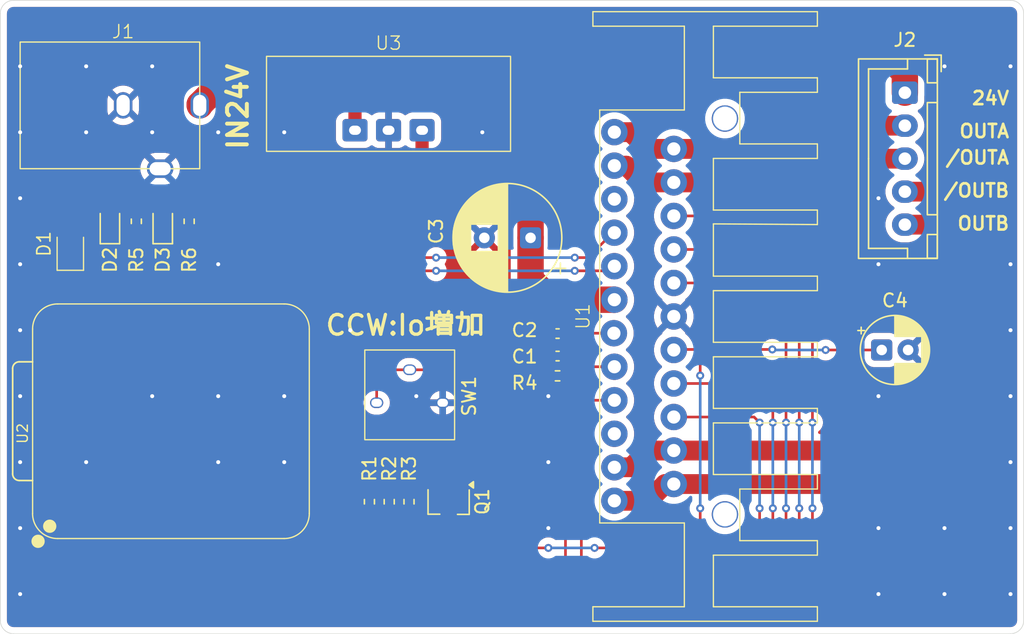
<source format=kicad_pcb>
(kicad_pcb (version 20241229) (generator "pcbnew") (generator_version "9.0")
  (layers (0 "F.Cu" signal) (2 "B.Cu" signal) (13 "F.Paste" user) (15 "B.Paste" user) (5 "F.SilkS" user "F.Silkscreen") (7 "B.SilkS" user "B.Silkscreen") (1 "F.Mask" user) (3 "B.Mask" user) (25 "Edge.Cuts" user))
  (net 0 "")
  (net 1 "+3.3V")
  (net 2 "/reset")
  (net 3 "/ref{slash}sleep_driver")
  (net 4 "+5V")
  (net 5 "+24V")
  (net 6 "/ref{slash}sleep_mcu")
  (net 7 "Net-(Q1-PadG)")
  (net 8 "/led_status")
  (net 9 "Net-(D2-A)")
  (net 11 "Net-(D3-A)")
  (net 12 "/M3")
  (net 13 "/OUTA")
  (net 14 "/~{OUTB}")
  (net 15 "/cw{slash}ccw")
  (net 16 "/OUTB")
  (net 18 "/M1")
  (net 19 "/sync")
  (net 20 "/flag")
  (net 21 "/clk")
  (net 22 "/M2")
  (net 23 "/Mo")
  (net 24 "/~{OUTA}")
  (net 29 "GND")
  (net 31 "Net-(D1-K)")
  (footprint "Capacitor_THT:CP_Radial_D8.0mm_P3.50mm" (layer "F.Cu") (at 113.652651 93 180)
    (property "Reference" "C3" (at 7.152651 0.5 90) (layer "F.SilkS"))
    (property "Value" "100u (50V)")
    (pad "1" thru_hole roundrect (at 0 0 180) (size 1.6 1.6) (drill 0.8) (layers "*.Cu" "*.Mask") (roundrect_rratio 0.15625) (net 5 "+24V"))
    (pad "2" thru_hole circle (at 3.5 0 180) (size 1.6 1.6) (drill 0.8) (layers "*.Cu" "*.Mask") (net 29 "GND"))
  )
  (footprint "LED_SMD:LED_0603_1608Metric" (layer "F.Cu") (at 81.8 91.96 90)
    (property "Reference" "D2" (at -2.7125 0 90) (layer "F.SilkS"))
    (property "Value" "status")
    (pad "1" smd roundrect (at -0.7875 0 90) (size 0.875 0.95) (layers "F.Cu" "F.Mask" "F.Paste") (net 29 "GND"))
    (pad "2" smd roundrect (at 0.7875 0 90) (size 0.875 0.95) (layers "F.Cu" "F.Mask" "F.Paste") (net 9 "Net-(D2-A)"))
  )
  (footprint "Resistor_SMD:R_0402_1005Metric_Pad0.72x0.64mm_HandSolder" (layer "F.Cu") (at 104.45 113 -90)
    (property "Reference" "R3" (at -2.5 0 90) (layer "F.SilkS"))
    (property "Value" "10k")
    (pad "1" smd roundrect (at -0.5975 0 270) (size 0.715 0.64) (layers "F.Cu" "F.Mask" "F.Paste") (net 3 "/ref{slash}sleep_driver"))
    (pad "2" smd roundrect (at 0.5975 0 270) (size 0.715 0.64) (layers "F.Cu" "F.Mask" "F.Paste") (net 1 "+3.3V"))
  )
  (footprint "Resistor_SMD:R_0402_1005Metric_Pad0.72x0.64mm_HandSolder" (layer "F.Cu") (at 115.7 103.46)
    (property "Reference" "R4" (at -2.5 0.54 0) (layer "F.SilkS"))
    (property "Value" "10k")
    (pad "1" smd roundrect (at -0.5975 0) (size 0.715 0.64) (layers "F.Cu" "F.Mask" "F.Paste") (net 29 "GND"))
    (pad "2" smd roundrect (at 0.5975 0) (size 0.715 0.64) (layers "F.Cu" "F.Mask" "F.Paste") (net 2 "/reset"))
  )
  (footprint "LED_SMD:LED_0603_1608Metric" (layer "F.Cu") (at 85.8 91.96 90)
    (property "Reference" "D3" (at -2.7125 0 90) (layer "F.SilkS"))
    (property "Value" "pwr")
    (pad "1" smd roundrect (at -0.7875 0 90) (size 0.875 0.95) (layers "F.Cu" "F.Mask" "F.Paste") (net 29 "GND"))
    (pad "2" smd roundrect (at 0.7875 0 90) (size 0.875 0.95) (layers "F.Cu" "F.Mask" "F.Paste") (net 11 "Net-(D3-A)"))
  )
  (footprint "Package_TO_SOT_SMD:TSOT-23_HandSoldering" (layer "F.Cu") (at 107.45 113 -90)
    (property "Reference" "Q1" (at -0.005 -2.55 270) (layer "F.SilkS"))
    (property "Value" "Q_PMOS")
    (pad "D" smd roundrect (at 1.71 0 270) (size 2 0.65) (layers "F.Cu" "F.Mask" "F.Paste") (net 1 "+3.3V"))
    (pad "G" smd roundrect (at -1.71 -0.95 270) (size 2 0.65) (layers "F.Cu" "F.Mask" "F.Paste") (net 7 "Net-(Q1-PadG)"))
    (pad "S" smd roundrect (at -1.71 0.95 270) (size 2 0.65) (layers "F.Cu" "F.Mask" "F.Paste") (net 3 "/ref{slash}sleep_driver"))
  )
  (footprint "Connector_JST:JST_XH_B5B-XH-A_1x05_P2.50mm_Vertical" (layer "F.Cu") (at 142 82 -90)
    (property "Reference" "J2" (at -4 0 180) (layer "F.SilkS"))
    (property "Value" "Conn_01x05")
    (pad "1" thru_hole roundrect (at 0 0 270) (size 1.7 1.95) (drill 0.95) (layers "*.Cu" "*.Mask") (roundrect_rratio 0.147059) (net 5 "+24V"))
    (pad "2" thru_hole oval (at 2.5 0 270) (size 1.7 1.95) (drill 0.95) (layers "*.Cu" "*.Mask") (net 13 "/OUTA"))
    (pad "3" thru_hole oval (at 5 0 270) (size 1.7 1.95) (drill 0.95) (layers "*.Cu" "*.Mask") (net 24 "/~{OUTA}"))
    (pad "4" thru_hole oval (at 7.5 0 270) (size 1.7 1.95) (drill 0.95) (layers "*.Cu" "*.Mask") (net 14 "/~{OUTB}"))
    (pad "5" thru_hole oval (at 10 0 270) (size 1.7 1.95) (drill 0.95) (layers "*.Cu" "*.Mask") (net 16 "/OUTB"))
  )
  (footprint "VR:VR" (layer "F.Cu") (at 104.5 105.5)
    (property "Reference" "SW1" (at 4.5 -0.5 90) (layer "F.SilkS"))
    (property "Value" "1k")
    (pad "A" thru_hole oval (at -2.5 0) (size 1 0.8) (drill oval 0.8 0.6) (layers "*.Cu" "*.Mask") (net 3 "/ref{slash}sleep_driver"))
    (pad "B" thru_hole oval (at 2.5 0) (size 1 0.8) (drill oval 0.8 0.6) (layers "*.Cu" "*.Mask") (net 29 "GND"))
    (pad "C" thru_hole oval (at 0 -2.5) (size 1 0.8) (drill oval 0.8 0.6) (layers "*.Cu" "*.Mask") (net 3 "/ref{slash}sleep_driver"))
  )
  (footprint "Capacitor_THT:CP_Radial_D5.0mm_P2.00mm" (layer "F.Cu") (at 140.244888 101.5)
    (property "Reference" "C4" (at 1 -3.75 0) (layer "F.SilkS"))
    (property "Value" "10u (10V)")
    (pad "1" thru_hole roundrect (at 0 0) (size 1.6 1.6) (drill 0.8) (layers "*.Cu" "*.Mask") (roundrect_rratio 0.15625) (net 1 "+3.3V"))
    (pad "2" thru_hole circle (at 2 0) (size 1.6 1.6) (drill 0.8) (layers "*.Cu" "*.Mask") (net 29 "GND"))
  )
  (footprint "DCJack:DCJack" (layer "F.Cu") (at 82.8 82.96)
    (property "Reference" "J1" (at 0 -5.588 0) (layer "F.SilkS") (effects (font (thickness 0.1))))
    (property "Value" "Jack-DC")
    (pad "1" thru_hole oval (at 5.8 0) (size 1.4 2) (drill oval 1 1.6) (layers "*.Cu" "*.Mask") (net 5 "+24V"))
    (pad "2" thru_hole oval (at 0 0) (size 1.4 2) (drill oval 1 1.6) (layers "*.Cu" "*.Mask") (net 29 "GND"))
    (pad "2" thru_hole oval (at 2.8 4.8) (size 2 1.4) (drill oval 1.6 1) (layers "*.Cu" "*.Mask") (net 29 "GND"))
  )
  (footprint "Capacitor_SMD:C_0402_1005Metric_Pad0.74x0.62mm_HandSolder" (layer "F.Cu") (at 115.7 101.96)
    (property "Reference" "C1" (at -2.5 0.04 0) (layer "F.SilkS"))
    (property "Value" "0.1u")
    (pad "1" smd roundrect (at -0.5675 0) (size 0.735 0.62) (layers "F.Cu" "F.Mask" "F.Paste") (net 1 "+3.3V"))
    (pad "2" smd roundrect (at 0.5675 0) (size 0.735 0.62) (layers "F.Cu" "F.Mask" "F.Paste") (net 2 "/reset"))
  )
  (footprint "Seeed_Studio_XIAO_Series:XIAO-ESP32-C3-SMD" (layer "F.Cu") (at 96.98025 115.7905 90)
    (property "Reference" "U2" (at 7.112 -21.336 90) (layer "F.SilkS") (effects (font (size 0.78232 0.78232) (thickness 0.10668)) (justify left bottom)))
    (property "Value" "XIAO-ESP32-C3-SMD")
    (pad "1" smd roundrect (at 0.835 -18.12 90) (size 2.75 2) (layers "F.Cu" "F.Mask" "F.Paste") (net 23 "/Mo"))
    (pad "2" smd roundrect (at 0.835 -15.58 90) (size 2.75 2) (layers "F.Cu" "F.Mask" "F.Paste") (net 22 "/M2"))
    (pad "3" smd roundrect (at 0.835 -13.04 90) (size 2.75 2) (layers "F.Cu" "F.Mask" "F.Paste") (net 21 "/clk"))
    (pad "4" smd roundrect (at 0.835 -10.5 90) (size 2.75 2) (layers "F.Cu" "F.Mask" "F.Paste") (net 15 "/cw{slash}ccw"))
    (pad "5" smd roundrect (at 0.835 -7.96 90) (size 2.75 2) (layers "F.Cu" "F.Mask" "F.Paste") (net 20 "/flag"))
    (pad "6" smd roundrect (at 0.835 -5.42 90) (size 2.75 2) (layers "F.Cu" "F.Mask" "F.Paste") (net 19 "/sync"))
    (pad "7" smd roundrect (at 0.835 -2.88 90) (size 2.75 2) (layers "F.Cu" "F.Mask" "F.Paste") (net 2 "/reset"))
    (pad "8" smd roundrect (at 17 -2.88 90) (size 2.75 2) (layers "F.Cu" "F.Mask" "F.Paste") (net 12 "/M3"))
    (pad "9" smd roundrect (at 17 -5.42 90) (size 2.75 2) (layers "F.Cu" "F.Mask" "F.Paste") (net 18 "/M1"))
    (pad "10" smd roundrect (at 17 -7.96 90) (size 2.75 2) (layers "F.Cu" "F.Mask" "F.Paste") (net 6 "/ref{slash}sleep_mcu"))
    (pad "11" smd roundrect (at 17 -10.5 90) (size 2.75 2) (layers "F.Cu" "F.Mask" "F.Paste") (net 8 "/led_status"))
    (pad "12" smd roundrect (at 17 -13.04 90) (size 2.75 2) (layers "F.Cu" "F.Mask" "F.Paste") (net 1 "+3.3V"))
    (pad "13" smd roundrect (at 17 -15.58 90) (size 2.75 2) (layers "F.Cu" "F.Mask" "F.Paste") (net 29 "GND"))
    (pad "14" smd roundrect (at 17 -18.12 90) (size 2.75 2) (layers "F.Cu" "F.Mask" "F.Paste") (net 31 "Net-(D1-K)"))
    (pad "15" smd roundrect (at 4.445 -10.882 270) (size 2.5 1.1) (layers "F.Cu" "F.Mask" "F.Paste"))
    (pad "16" smd roundrect (at 4.445 -12.787 270) (size 2.5 1.1) (layers "F.Cu" "F.Mask" "F.Paste") (net 29 "GND"))
    (pad "17" smd circle (at 7.62 -19.132 90) (size 1.7 1.7) (layers "F.Cu" "F.Mask" "F.Paste"))
    (pad "18" smd circle (at 10.16 -19.132 90) (size 1.7 1.7) (layers "F.Cu" "F.Mask" "F.Paste"))
    (pad "19" smd circle (at 7.62 -16.592 90) (size 1.7 1.7) (layers "F.Cu" "F.Mask" "F.Paste"))
    (pad "20" smd circle (at 10.16 -16.592 90) (size 1.7 1.7) (layers "F.Cu" "F.Mask" "F.Paste") (net 29 "GND"))
    (pad "21" smd circle (at 7.62 -14.052 90) (size 1.7 1.7) (layers "F.Cu" "F.Mask" "F.Paste"))
    (pad "22" smd circle (at 10.16 -14.052 90) (size 1.7 1.7) (layers "F.Cu" "F.Mask" "F.Paste"))
  )
  (footprint "BP5293-50:BP5293-50" (layer "F.Cu") (at 102.89825 84.8455)
    (property "Reference" "U3" (at 0 -6.6 0) (layer "F.SilkS") (effects (font (thickness 0.1))))
    (property "Value" "BP5293-50" (hide yes))
    (pad "1" thru_hole roundrect (at -2.54 0) (size 1.9 1.7) (drill oval 0.9 0.7) (layers "*.Cu" "*.Mask") (roundrect_rratio 0.15) (net 5 "+24V"))
    (pad "2" thru_hole roundrect (at 0 0) (size 1.9 1.7) (drill oval 0.9 0.7) (layers "*.Cu" "*.Mask") (roundrect_rratio 0.15) (net 29 "GND"))
    (pad "3" thru_hole roundrect (at 2.54 0) (size 1.9 1.7) (drill oval 0.9 0.7) (layers "*.Cu" "*.Mask") (roundrect_rratio 0.15) (net 4 "+5V"))
  )
  (footprint "Resistor_SMD:R_0402_1005Metric_Pad0.72x0.64mm_HandSolder" (layer "F.Cu") (at 101.45 113 90)
    (property "Reference" "R1" (at 2.5 0 90) (layer "F.SilkS"))
    (property "Value" "100")
    (pad "1" smd roundrect (at -0.5975 0 90) (size 0.715 0.64) (layers "F.Cu" "F.Mask" "F.Paste") (net 6 "/ref{slash}sleep_mcu"))
    (pad "2" smd roundrect (at 0.5975 0 90) (size 0.715 0.64) (layers "F.Cu" "F.Mask" "F.Paste") (net 7 "Net-(Q1-PadG)"))
  )
  (footprint "Resistor_SMD:R_0402_1005Metric_Pad0.72x0.64mm_HandSolder" (layer "F.Cu") (at 83.8 91.7475 90)
    (property "Reference" "R5" (at -2.925 0 90) (layer "F.SilkS"))
    (property "Value" "10k")
    (pad "1" smd roundrect (at -0.5975 0 90) (size 0.715 0.64) (layers "F.Cu" "F.Mask" "F.Paste") (net 8 "/led_status"))
    (pad "2" smd roundrect (at 0.5975 0 90) (size 0.715 0.64) (layers "F.Cu" "F.Mask" "F.Paste") (net 9 "Net-(D2-A)"))
  )
  (footprint "Capacitor_SMD:C_0402_1005Metric_Pad0.74x0.62mm_HandSolder" (layer "F.Cu") (at 115.7 100.256161 180)
    (property "Reference" "C2" (at 2.5 0.256161 0) (layer "F.SilkS"))
    (property "Value" "1u")
    (pad "1" smd roundrect (at -0.5675 0 180) (size 0.735 0.62) (layers "F.Cu" "F.Mask" "F.Paste") (net 3 "/ref{slash}sleep_driver"))
    (pad "2" smd roundrect (at 0.5675 0 180) (size 0.735 0.62) (layers "F.Cu" "F.Mask" "F.Paste") (net 29 "GND"))
  )
  (footprint "Resistor_SMD:R_0402_1005Metric_Pad0.72x0.64mm_HandSolder" (layer "F.Cu") (at 102.95 113 -90)
    (property "Reference" "R2" (at -2.5 0 90) (layer "F.SilkS"))
    (property "Value" "100k")
    (pad "1" smd roundrect (at -0.5975 0 270) (size 0.715 0.64) (layers "F.Cu" "F.Mask" "F.Paste") (net 7 "Net-(Q1-PadG)"))
    (pad "2" smd roundrect (at 0.5975 0 270) (size 0.715 0.64) (layers "F.Cu" "F.Mask" "F.Paste") (net 1 "+3.3V"))
  )
  (footprint "SLA7078MPRT:SLA7078MPRT" (layer "F.Cu") (at 122.7 98.96 -90)
    (property "Reference" "U1" (at 0 5.08 90) (layer "F.SilkS") (effects (font (thickness 0.1))))
    (property "Value" "SLA7078MPRT" (hide yes))
    (pad "" np_thru_hole circle (at -15 -5.675 270) (size 2 2) (drill 1.8) (layers "*.Cu" "*.Mask"))
    (pad "" np_thru_hole circle (at 15 -5.675 270) (size 2 2) (drill 1.8) (layers "*.Cu" "*.Mask"))
    (pad "1" thru_hole circle (at -13.97 2.7 270) (size 2 2) (drill 1) (layers "*.Cu" "*.Mask") (net 13 "/OUTA"))
    (pad "2" thru_hole circle (at -12.7 -1.8 270) (size 2 2) (drill 1) (layers "*.Cu" "*.Mask") (net 13 "/OUTA"))
    (pad "3" thru_hole circle (at -11.43 2.7 270) (size 2 2) (drill 1) (layers "*.Cu" "*.Mask" "Eco2.User") (net 24 "/~{OUTA}"))
    (pad "4" thru_hole circle (at -10.16 -1.8 270) (size 2 2) (drill 1) (layers "*.Cu" "*.Mask") (net 24 "/~{OUTA}"))
    (pad "5" thru_hole circle (at -8.89 2.7 270) (size 2 2) (drill 1) (layers "*.Cu" "*.Mask" "Eco2.User"))
    (pad "6" thru_hole circle (at -7.62 -1.8 270) (size 2 2) (drill 1) (layers "*.Cu" "*.Mask") (net 23 "/Mo"))
    (pad "7" thru_hole circle (at -6.35 2.7 270) (size 2 2) (drill 1) (layers "*.Cu" "*.Mask" "Eco2.User") (net 18 "/M1"))
    (pad "8" thru_hole circle (at -5.08 -1.8 270) (size 2 2) (drill 1) (layers "*.Cu" "*.Mask") (net 22 "/M2"))
    (pad "9" thru_hole circle (at -3.81 2.7 270) (size 2 2) (drill 1) (layers "*.Cu" "*.Mask" "Eco2.User") (net 12 "/M3"))
    (pad "10" thru_hole circle (at -2.54 -1.8 270) (size 2 2) (drill 1) (layers "*.Cu" "*.Mask") (net 21 "/clk"))
    (pad "11" thru_hole circle (at -1.27 2.7 270) (size 2 2) (drill 1) (layers "*.Cu" "*.Mask" "Eco2.User") (net 5 "+24V"))
    (pad "12" thru_hole circle (at 0 -1.8 270) (size 2 2) (drill 1) (layers "*.Cu" "*.Mask") (net 29 "GND"))
    (pad "13" thru_hole circle (at 1.27 2.736 270) (size 2 2) (drill 1) (layers "*.Cu" "*.Mask" "Eco2.User") (net 3 "/ref{slash}sleep_driver"))
    (pad "14" thru_hole circle (at 2.54 -1.8 270) (size 2 2) (drill 1) (layers "*.Cu" "*.Mask") (net 1 "+3.3V"))
    (pad "15" thru_hole circle (at 3.81 2.7 270) (size 2 2) (drill 1) (layers "*.Cu" "*.Mask" "Eco2.User") (net 2 "/reset"))
    (pad "16" thru_hole circle (at 5.08 -1.8 270) (size 2 2) (drill 1) (layers "*.Cu" "*.Mask") (net 15 "/cw{slash}ccw"))
    (pad "17" thru_hole circle (at 6.35 2.7 270) (size 2 2) (drill 1) (layers "*.Cu" "*.Mask" "Eco2.User") (net 19 "/sync"))
    (pad "18" thru_hole circle (at 7.62 -1.8 270) (size 2 2) (drill 1) (layers "*.Cu" "*.Mask") (net 20 "/flag"))
    (pad "19" thru_hole circle (at 8.89 2.7 270) (size 2 2) (drill 1) (layers "*.Cu" "*.Mask" "Eco2.User"))
    (pad "20" thru_hole circle (at 10.16 -1.8 270) (size 2 2) (drill 1) (layers "*.Cu" "*.Mask") (net 16 "/OUTB"))
    (pad "21" thru_hole circle (at 11.43 2.7 270) (size 2 2) (drill 1) (layers "*.Cu" "*.Mask" "Eco2.User") (net 16 "/OUTB"))
    (pad "22" thru_hole circle (at 12.7 -1.8 270) (size 2 2) (drill 1) (layers "*.Cu" "*.Mask") (net 14 "/~{OUTB}"))
    (pad "23" thru_hole circle (at 13.97 2.7 270) (size 2 2) (drill 1) (layers "*.Cu" "*.Mask" "Eco2.User") (net 14 "/~{OUTB}"))
  )
  (footprint "GS1010FL:GS1010FL" (layer "F.Cu") (at 78.8 92.96 90)
    (property "Reference" "D1" (at -0.5 -2 90) (layer "F.SilkS") (effects (font (thickness 0.125))))
    (property "Value" "D")
    (pad "1" smd roundrect (at -1.7375 0 90) (size 0.775 1.22) (layers "F.Cu" "F.Mask" "F.Paste") (roundrect_rratio 0.15) (net 31 "Net-(D1-K)"))
    (pad "2" smd roundrect (at 1.7375 0 90) (size 0.775 1.22) (layers "F.Cu" "F.Mask" "F.Paste") (roundrect_rratio 0.15) (net 4 "+5V"))
  )
  (footprint "Resistor_SMD:R_0402_1005Metric_Pad0.72x0.64mm_HandSolder" (layer "F.Cu") (at 87.8 91.7475 90)
    (property "Reference" "R6" (at -2.925 0 90) (layer "F.SilkS"))
    (property "Value" "10k")
    (pad "1" smd roundrect (at -0.5975 0 90) (size 0.715 0.64) (layers "F.Cu" "F.Mask" "F.Paste") (net 4 "+5V"))
    (pad "2" smd roundrect (at 0.5975 0 90) (size 0.715 0.64) (layers "F.Cu" "F.Mask" "F.Paste") (net 11 "Net-(D3-A)"))
  )
  (gr_line (start 74.5 123) (end 150 123) (stroke (width 0.05)) (layer "Edge.Cuts"))
  (gr_line (start 150 75) (end 74.5 75) (stroke (width 0.05)) (layer "Edge.Cuts"))
  (gr_arc (start 73.5 76) (mid 73.792893 75.292893) (end 74.5 75) (stroke (width 0.05)) (layer "Edge.Cuts"))
  (gr_arc (start 151 122) (mid 150.707107 122.707107) (end 150 123) (stroke (width 0.05)) (layer "Edge.Cuts"))
  (gr_line (start 73.5 76) (end 73.5 122) (stroke (width 0.05)) (layer "Edge.Cuts"))
  (gr_arc (start 74.5 123) (mid 73.792893 122.707107) (end 73.5 122) (stroke (width 0.05)) (layer "Edge.Cuts"))
  (gr_line (start 151 122) (end 151 76) (stroke (width 0.05)) (layer "Edge.Cuts"))
  (gr_arc (start 150 75) (mid 150.707107 75.292893) (end 151 76) (stroke (width 0.05)) (layer "Edge.Cuts"))
  (gr_text "24V" (at 150 83 0) (layer "F.SilkS") (effects (font (size 1 1) (thickness 0.2) (bold yes)) (justify right bottom)))
  (gr_text "OUTA" (at 150 85.5 0) (layer "F.SilkS") (effects (font (size 1 1) (thickness 0.2) (bold yes)) (justify right bottom)))
  (gr_text "/OUTA" (at 150 87.5 0) (layer "F.SilkS") (effects (font (size 1 1) (thickness 0.2) (bold yes)) (justify right bottom)))
  (gr_text "/OUTB" (at 150 90 0) (layer "F.SilkS") (effects (font (size 1 1) (thickness 0.2) (bold yes)) (justify right bottom)))
  (gr_text "OUTB" (at 150 92.5 0) (layer "F.SilkS") (effects (font (size 1 1) (thickness 0.2) (bold yes)) (justify right bottom)))
  (gr_text "CCW:Io増加" (at 98 100.5 0) (layer "F.SilkS") (effects (font (size 1.5 1.5) (thickness 0.25) (bold yes)) (justify left bottom)))
  (gr_text "IN24V" (at 92.366916 86.47094 90) (layer "F.SilkS") (effects (font (size 1.5 1.5) (thickness 0.3) (bold yes)) (justify left bottom)))
  (segment (start 104.45 113.5975) (end 104.45 114.71) (width 0.2) (layer "F.Cu") (net 1))
  (segment (start 126.5 103.44) (end 126.5 101.46) (width 0.2) (layer "F.Cu") (net 1))
  (segment (start 126 116.5) (end 118.5 116.5) (width 0.2) (layer "F.Cu") (net 1))
  (segment (start 108 116.5) (end 115 116.5) (width 0.2) (layer "F.Cu") (net 1))
  (segment (start 110.54 101.96) (end 115.1325 101.96) (width 0.2) (layer "F.Cu") (net 1))
  (segment (start 126.5 113.5) (end 126.5 116) (width 0.2) (layer "F.Cu") (net 1))
  (segment (start 109.285 114.71) (end 110 113.995) (width 0.2) (layer "F.Cu") (net 1))
  (segment (start 83.94025 101.94025) (end 84.5 102.5) (width 0.2) (layer "F.Cu") (net 1))
  (segment (start 124.54 101.46) (end 124.5 101.5) (width 0.2) (layer "F.Cu") (net 1))
  (segment (start 99.715 114.71) (end 102.9 114.71) (width 0.2) (layer "F.Cu") (net 1))
  (segment (start 107.45 115.95) (end 107.45 114.71) (width 0.2) (layer "F.Cu") (net 1))
  (segment (start 110 113.995) (end 110 102.5) (width 0.2) (layer "F.Cu") (net 1))
  (segment (start 99 113.995) (end 99.715 114.71) (width 0.2) (layer "F.Cu") (net 1))
  (segment (start 126.5 116) (end 126 116.5) (width 0.2) (layer "F.Cu") (net 1))
  (segment (start 140.244888 101.5) (end 136 101.5) (width 0.2) (layer "F.Cu") (net 1))
  (segment (start 107.45 115.95) (end 108 116.5) (width 0.2) (layer "F.Cu") (net 1))
  (segment (start 126.5 101.46) (end 131.96 101.46) (width 0.2) (layer "F.Cu") (net 1))
  (segment (start 126.5 101.46) (end 124.54 101.46) (width 0.2) (layer "F.Cu") (net 1))
  (segment (start 107.45 114.71) (end 109.285 114.71) (width 0.2) (layer "F.Cu") (net 1))
  (segment (start 83.94025 98.7905) (end 83.94025 101.94025) (width 0.2) (layer "F.Cu") (net 1))
  (segment (start 104.45 114.71) (end 102.9 114.71) (width 0.2) (layer "F.Cu") (net 1))
  (segment (start 110 102.5) (end 110.54 101.96) (width 0.2) (layer "F.Cu") (net 1))
  (segment (start 98.5 102.5) (end 99 103) (width 0.2) (layer "F.Cu") (net 1))
  (segment (start 102.95 113.5975) (end 102.95 114.66) (width 0.2) (layer "F.Cu") (net 1))
  (segment (start 102.95 114.66) (end 102.9 114.71) (width 0.2) (layer "F.Cu") (net 1))
  (segment (start 84.5 102.5) (end 98.5 102.5) (width 0.2) (layer "F.Cu") (net 1))
  (segment (start 99 103) (end 99 113.995) (width 0.2) (layer "F.Cu") (net 1))
  (segment (start 107.45 114.71) (end 104.45 114.71) (width 0.2) (layer "F.Cu") (net 1))
  (via (at 131.96 101.46) (size 0.6) (drill 0.3) (layers "F.Cu" "B.Cu") (net 1))
  (via (at 126.5 113.5) (size 0.6) (drill 0.3) (layers "F.Cu" "B.Cu") (net 1))
  (via (at 118.5 116.5) (size 0.6) (drill 0.3) (layers "F.Cu" "B.Cu") (net 1))
  (via (at 115 116.5) (size 0.6) (drill 0.3) (layers "F.Cu" "B.Cu") (net 1))
  (via (at 126.5 103.44) (size 0.6) (drill 0.3) (layers "F.Cu" "B.Cu") (net 1))
  (via (at 136 101.5) (size 0.6) (drill 0.3) (layers "F.Cu" "B.Cu") (net 1))
  (segment (start 115 116.5) (end 118.5 116.5) (width 0.2) (layer "B.Cu") (net 1))
  (segment (start 132 101.5) (end 131.96 101.46) (width 0.2) (layer "B.Cu") (net 1))
  (segment (start 126.5 103.5) (end 126.5 103.44) (width 0.2) (layer "B.Cu") (net 1))
  (segment (start 126.5 103.5) (end 126.5 113.5) (width 0.2) (layer "B.Cu") (net 1))
  (segment (start 136 101.5) (end 132 101.5) (width 0.2) (layer "B.Cu") (net 1))
  (segment (start 116.2675 103.43) (end 116.2975 103.46) (width 0.2) (layer "F.Cu") (net 2))
  (segment (start 94.10025 114.9555) (end 94.10025 117.60025) (width 0.2) (layer "F.Cu") (net 2))
  (segment (start 116 118) (end 116.2975 117.7025) (width 0.2) (layer "F.Cu") (net 2))
  (segment (start 94.10025 117.60025) (end 94.5 118) (width 0.2) (layer "F.Cu") (net 2))
  (segment (start 120 102.77) (end 116.2675 102.77) (width 0.2) (layer "F.Cu") (net 2))
  (segment (start 116.2675 102.96) (end 116.2675 103.43) (width 0.2) (layer "F.Cu") (net 2))
  (segment (start 116.2975 117.7025) (end 116.2975 103.46) (width 0.2) (layer "F.Cu") (net 2))
  (segment (start 116.2675 101.96) (end 116.2675 102.96) (width 0.2) (layer "F.Cu") (net 2))
  (segment (start 94.5 118) (end 116 118) (width 0.2) (layer "F.Cu") (net 2))
  (segment (start 102.5 103) (end 102 103.5) (width 0.2) (layer "F.Cu") (net 3))
  (segment (start 102 103.5) (end 102 105.5) (width 0.2) (layer "F.Cu") (net 3))
  (segment (start 104.5 103) (end 109.5 103) (width 0.2) (layer "F.Cu") (net 3))
  (segment (start 109.5 111.995) (end 109.5 103) (width 0.2) (layer "F.Cu") (net 3))
  (segment (start 104.45 112.4025) (end 104.7475 112.7) (width 0.2) (layer "F.Cu") (net 3))
  (segment (start 119.964 100.23) (end 116.293661 100.23) (width 0.2) (layer "F.Cu") (net 3))
  (segment (start 110 101) (end 116 101) (width 0.2) (layer "F.Cu") (net 3))
  (segment (start 104.7475 112.7) (end 106.5 112.7) (width 0.2) (layer "F.Cu") (net 3))
  (segment (start 116.293661 100.23) (end 116.2675 100.256161) (width 0.2) (layer "F.Cu") (net 3))
  (segment (start 106.5 112.7) (end 108.795 112.7) (width 0.2) (layer "F.Cu") (net 3))
  (segment (start 116 101) (end 116.2675 100.7325) (width 0.2) (layer "F.Cu") (net 3))
  (segment (start 109.5 101.5) (end 110 101) (width 0.2) (layer "F.Cu") (net 3))
  (segment (start 116.2675 100.7325) (end 116.2675 100.256161) (width 0.2) (layer "F.Cu") (net 3))
  (segment (start 106.5 111.29) (end 106.5 112.7) (width 0.2) (layer "F.Cu") (net 3))
  (segment (start 108.795 112.7) (end 109.5 111.995) (width 0.2) (layer "F.Cu") (net 3))
  (segment (start 104.5 103) (end 102.5 103) (width 0.2) (layer "F.Cu") (net 3))
  (segment (start 109.5 103) (end 109.5 101.5) (width 0.2) (layer "F.Cu") (net 3))
  (segment (start 105.43825 88.93825) (end 104.8765 89.5) (width 1) (layer "F.Cu") (net 4))
  (segment (start 78.8 89.7) (end 78.8 91.2225) (width 1) (layer "F.Cu") (net 4))
  (segment (start 79 89.5) (end 78.8 89.7) (width 1) (layer "F.Cu") (net 4))
  (segment (start 105.43825 84.8455) (end 105.43825 88.93825) (width 1) (layer "F.Cu") (net 4))
  (segment (start 88.655 92.345) (end 89 92) (width 0.2) (layer "F.Cu") (net 4))
  (segment (start 104.8765 89.5) (end 89 89.5) (width 1) (layer "F.Cu") (net 4))
  (segment (start 89 89.5) (end 79 89.5) (width 1) (layer "F.Cu") (net 4))
  (segment (start 89 92) (end 89 89.5) (width 0.2) (layer "F.Cu") (net 4))
  (segment (start 87.8 92.345) (end 88.655 92.345) (width 0.2) (layer "F.Cu") (net 4))
  (segment (start 113.652651 96.152651) (end 113.652651 93) (width 2) (layer "F.Cu") (net 5))
  (segment (start 100.35825 84.8455) (end 100.35825 79.14175) (width 1) (layer "F.Cu") (net 5))
  (segment (start 113.5 79) (end 100.5 79) (width 2) (layer "F.Cu") (net 5))
  (segment (start 140.5 79) (end 113.5 79) (width 2) (layer "F.Cu") (net 5))
  (segment (start 113.652651 79.152651) (end 113.5 79) (width 2) (layer "F.Cu") (net 5))
  (segment (start 92.5 79) (end 100.5 79) (width 2) (layer "F.Cu") (net 5))
  (segment (start 88.6 82.9) (end 92.5 79) (width 2) (layer "F.Cu") (net 5))
  (segment (start 142 82) (end 142 80.5) (width 2) (layer "F.Cu") (net 5))
  (segment (start 142 80.5) (end 140.5 79) (width 2) (layer "F.Cu") (net 5))
  (segment (start 100.35825 79.14175) (end 100.5 79) (width 1) (layer "F.Cu") (net 5))
  (segment (start 88.6 82.96) (end 88.6 82.9) (width 2) (layer "F.Cu") (net 5))
  (segment (start 113.652651 93) (end 113.652651 79.152651) (width 2) (layer "F.Cu") (net 5))
  (segment (start 120 97.69) (end 115.19 97.69) (width 2) (layer "F.Cu") (net 5))
  (segment (start 115.19 97.69) (end 113.652651 96.152651) (width 2) (layer "F.Cu") (net 5))
  (segment (start 89.02025 101.52025) (end 89.02025 98.7905) (width 0.2) (layer "F.Cu") (net 6))
  (segment (start 89.5 102) (end 89.02025 101.52025) (width 0.2) (layer "F.Cu") (net 6))
  (segment (start 99.5025 102.5025) (end 99 102) (width 0.2) (layer "F.Cu") (net 6))
  (segment (start 100.1025 113.5975) (end 99.5025 112.9975) (width 0.2) (layer "F.Cu") (net 6))
  (segment (start 100.1025 113.5975) (end 101.45 113.5975) (width 0.2) (layer "F.Cu") (net 6))
  (segment (start 99 102) (end 89.5 102) (width 0.2) (layer "F.Cu") (net 6))
  (segment (start 99.5025 112.9975) (end 99.5025 102.5025) (width 0.2) (layer "F.Cu") (net 6))
  (segment (start 107.95 109.75) (end 108.4 110.2) (width 0.2) (layer "F.Cu") (net 7))
  (segment (start 101.45 112.4025) (end 102.95 112.4025) (width 0.2) (layer "F.Cu") (net 7))
  (segment (start 108.4 110.2) (end 108.4 111.29) (width 0.2) (layer "F.Cu") (net 7))
  (segment (start 102.95 112.4025) (end 102.95 110.15) (width 0.2) (layer "F.Cu") (net 7))
  (segment (start 103.35 109.75) (end 107.95 109.75) (width 0.2) (layer "F.Cu") (net 7))
  (segment (start 102.95 110.15) (end 103.35 109.75) (width 0.2) (layer "F.Cu") (net 7))
  (segment (start 83.8 92.345) (end 83.8 94.8) (width 0.2) (layer "F.Cu") (net 8))
  (segment (start 86 95) (end 86.48025 95.48025) (width 0.2) (layer "F.Cu") (net 8))
  (segment (start 84 95) (end 86 95) (width 0.2) (layer "F.Cu") (net 8))
  (segment (start 83.8 94.8) (end 84 95) (width 0.2) (layer "F.Cu") (net 8))
  (segment (start 86.48025 95.48025) (end 86.48025 98.7905) (width 0.2) (layer "F.Cu") (net 8))
  (segment (start 81.8225 91.15) (end 81.8 91.1725) (width 0.2) (layer "F.Cu") (net 9))
  (segment (start 83.8 91.15) (end 81.8225 91.15) (width 0.2) (layer "F.Cu") (net 9))
  (segment (start 85.8 91.1725) (end 87.7775 91.1725) (width 0.2) (layer "F.Cu") (net 11))
  (segment (start 87.7775 91.1725) (end 87.8 91.15) (width 0.2) (layer "F.Cu") (net 11))
  (segment (start 106.5 95.5) (end 95 95.5) (width 0.2) (layer "F.Cu") (net 12))
  (segment (start 94.10025 96.39975) (end 94.10025 98.7905) (width 0.2) (layer "F.Cu") (net 12))
  (segment (start 95 95.5) (end 94.10025 96.39975) (width 0.2) (layer "F.Cu") (net 12))
  (segment (start 119.65 95.5) (end 117 95.5) (width 0.2) (layer "F.Cu") (net 12))
  (segment (start 120 95.15) (end 119.65 95.5) (width 0.2) (layer "F.Cu") (net 12))
  (via (at 106.5 95.5) (size 0.6) (drill 0.3) (layers "F.Cu" "B.Cu") (net 12))
  (via (at 117 95.5) (size 0.6) (drill 0.3) (layers "F.Cu" "B.Cu") (net 12))
  (segment (start 117 95.5) (end 106.5 95.5) (width 0.2) (layer "B.Cu") (net 12))
  (segment (start 137 84.5) (end 142 84.5) (width 1.5) (layer "F.Cu") (net 13))
  (segment (start 122.5 86.26) (end 124.5 86.26) (width 1.5) (layer "F.Cu") (net 13))
  (segment (start 120 84.99) (end 121.23 84.99) (width 1.5) (layer "F.Cu") (net 13))
  (segment (start 124.5 86.26) (end 135.24 86.26) (width 1.5) (layer "F.Cu") (net 13))
  (segment (start 135.24 86.26) (end 137 84.5) (width 1.5) (layer "F.Cu") (net 13))
  (segment (start 121.23 84.99) (end 122.5 86.26) (width 1.5) (layer "F.Cu") (net 13))
  (segment (start 123.84 111.66) (end 124.5 111.66) (width 1.5) (layer "F.Cu") (net 14))
  (segment (start 145.5 89.5) (end 142 89.5) (width 1.5) (layer "F.Cu") (net 14))
  (segment (start 122.57 112.93) (end 123.84 111.66) (width 1.5) (layer "F.Cu") (net 14))
  (segment (start 148.5 108) (end 148.5 92.5) (width 1.5) (layer "F.Cu") (net 14))
  (segment (start 120 112.93) (end 122.57 112.93) (width 1.5) (layer "F.Cu") (net 14))
  (segment (start 148.5 92.5) (end 145.5 89.5) (width 1.5) (layer "F.Cu") (net 14))
  (segment (start 124.5 111.66) (end 144.84 111.66) (width 1.5) (layer "F.Cu") (net 14))
  (segment (start 144.84 111.66) (end 148.5 108) (width 1.5) (layer "F.Cu") (net 14))
  (segment (start 132 104.5) (end 132 107) (width 0.2) (layer "F.Cu") (net 15))
  (segment (start 132 113.5) (end 132 119) (width 0.2) (layer "F.Cu") (net 15))
  (segment (start 131.54 104.04) (end 132 104.5) (width 0.2) (layer "F.Cu") (net 15))
  (segment (start 132 119) (end 131.5 119.5) (width 0.2) (layer "F.Cu") (net 15))
  (segment (start 131.5 119.5) (end 87 119.5) (width 0.2) (layer "F.Cu") (net 15))
  (segment (start 87 119.5) (end 86.48025 118.98025) (width 0.2) (layer "F.Cu") (net 15))
  (segment (start 124.5 104.04) (end 131.54 104.04) (width 0.2) (layer "F.Cu") (net 15))
  (segment (start 86.48025 118.98025) (end 86.48025 114.9555) (width 0.2) (layer "F.Cu") (net 15))
  (via (at 132 107) (size 0.6) (drill 0.3) (layers "F.Cu" "B.Cu") (net 15))
  (via (at 132 113.5) (size 0.6) (drill 0.3) (layers "F.Cu" "B.Cu") (net 15))
  (segment (start 132 107) (end 132 113.5) (width 0.2) (layer "B.Cu") (net 15))
  (segment (start 144.5 92) (end 146 93.5) (width 1.5) (layer "F.Cu") (net 16))
  (segment (start 122.54 109.12) (end 121.27 110.39) (width 1.5) (layer "F.Cu") (net 16))
  (segment (start 124.5 109.12) (end 122.54 109.12) (width 1.5) (layer "F.Cu") (net 16))
  (segment (start 121.27 110.39) (end 120 110.39) (width 1.5) (layer "F.Cu") (net 16))
  (segment (start 146 93.5) (end 146 106.5) (width 1.5) (layer "F.Cu") (net 16))
  (segment (start 143.38 109.12) (end 124.5 109.12) (width 1.5) (layer "F.Cu") (net 16))
  (segment (start 146 106.5) (end 143.38 109.12) (width 1.5) (layer "F.Cu") (net 16))
  (segment (start 142 92) (end 144.5 92) (width 1.5) (layer "F.Cu") (net 16))
  (segment (start 117 94.5) (end 118 94.5) (width 0.2) (layer "F.Cu") (net 18))
  (segment (start 118 94.5) (end 119.89 92.61) (width 0.2) (layer "F.Cu") (net 18))
  (segment (start 106.5 94.5) (end 92.5 94.5) (width 0.2) (layer "F.Cu") (net 18))
  (segment (start 119.89 92.61) (end 120 92.61) (width 0.2) (layer "F.Cu") (net 18))
  (segment (start 92.5 94.5) (end 91.56025 95.43975) (width 0.2) (layer "F.Cu") (net 18))
  (segment (start 91.56025 95.43975) (end 91.56025 98.7905) (width 0.2) (layer "F.Cu") (net 18))
  (via (at 117 94.5) (size 0.6) (drill 0.3) (layers "F.Cu" "B.Cu") (net 18))
  (via (at 106.5 94.5) (size 0.6) (drill 0.3) (layers "F.Cu" "B.Cu") (net 18))
  (segment (start 117 94.5) (end 106.5 94.5) (width 0.2) (layer "B.Cu") (net 18))
  (segment (start 117.5 106) (end 118.19 105.31) (width 0.2) (layer "F.Cu") (net 19))
  (segment (start 117 118.5) (end 117.5 118) (width 0.2) (layer "F.Cu") (net 19))
  (segment (start 118.19 105.31) (end 120 105.31) (width 0.2) (layer "F.Cu") (net 19))
  (segment (start 92 118.5) (end 117 118.5) (width 0.2) (layer "F.Cu") (net 19))
  (segment (start 91.56025 118.06025) (end 92 118.5) (width 0.2) (layer "F.Cu") (net 19))
  (segment (start 91.56025 114.9555) (end 91.56025 118.06025) (width 0.2) (layer "F.Cu") (net 19))
  (segment (start 117.5 118) (end 117.5 106) (width 0.2) (layer "F.Cu") (net 19))
  (segment (start 89.5 118.97975) (end 89.02025 118.5) (width 0.2) (layer "F.Cu") (net 20))
  (segment (start 130.58 106.58) (end 131 107) (width 0.2) (layer "F.Cu") (net 20))
  (segment (start 89.5 119) (end 89.5 118.97975) (width 0.2) (layer "F.Cu") (net 20))
  (segment (start 131 118.5) (end 130.5 119) (width 0.2) (layer "F.Cu") (net 20))
  (segment (start 131 113.5) (end 131 118.5) (width 0.2) (layer "F.Cu") (net 20))
  (segment (start 124.5 106.58) (end 130.58 106.58) (width 0.2) (layer "F.Cu") (net 20))
  (segment (start 89.02025 118.5) (end 89.02025 114.9555) (width 0.2) (layer "F.Cu") (net 20))
  (segment (start 130.5 119) (end 89.5 119) (width 0.2) (layer "F.Cu") (net 20))
  (via (at 131 113.5) (size 0.6) (drill 0.3) (layers "F.Cu" "B.Cu") (net 20))
  (via (at 131 107) (size 0.6) (drill 0.3) (layers "F.Cu" "B.Cu") (net 20))
  (segment (start 131 107) (end 131 113.5) (width 0.2) (layer "B.Cu") (net 20))
  (segment (start 132.5 120) (end 84.5 120) (width 0.2) (layer "F.Cu") (net 21))
  (segment (start 133 97) (end 133 107) (width 0.2) (layer "F.Cu") (net 21))
  (segment (start 84.5 120) (end 83.94025 119.44025) (width 0.2) (layer "F.Cu") (net 21))
  (segment (start 124.5 96.42) (end 132.42 96.42) (width 0.2) (layer "F.Cu") (net 21))
  (segment (start 132.42 96.42) (end 133 97) (width 0.2) (layer "F.Cu") (net 21))
  (segment (start 83.94025 119.44025) (end 83.94025 114.9555) (width 0.2) (layer "F.Cu") (net 21))
  (segment (start 133 119.5) (end 132.5 120) (width 0.2) (layer "F.Cu") (net 21))
  (segment (start 133 113.5) (end 133 119.5) (width 0.2) (layer "F.Cu") (net 21))
  (via (at 133 107) (size 0.6) (drill 0.3) (layers "F.Cu" "B.Cu") (net 21))
  (via (at 133 113.5) (size 0.6) (drill 0.3) (layers "F.Cu" "B.Cu") (net 21))
  (segment (start 133 107) (end 133 113.5) (width 0.2) (layer "B.Cu") (net 21))
  (segment (start 134 120) (end 133.5 120.5) (width 0.2) (layer "F.Cu") (net 22))
  (segment (start 134 107) (end 134 94.5) (width 0.2) (layer "F.Cu") (net 22))
  (segment (start 81.40025 119.90025) (end 81.40025 114.9555) (width 0.2) (layer "F.Cu") (net 22))
  (segment (start 134 94.5) (end 133.38 93.88) (width 0.2) (layer "F.Cu") (net 22))
  (segment (start 82 120.5) (end 81.40025 119.90025) (width 0.2) (layer "F.Cu") (net 22))
  (segment (start 133.5 120.5) (end 82 120.5) (width 0.2) (layer "F.Cu") (net 22))
  (segment (start 134 113.5) (end 134 120) (width 0.2) (layer "F.Cu") (net 22))
  (segment (start 133.38 93.88) (end 124.5 93.88) (width 0.2) (layer "F.Cu") (net 22))
  (via (at 134 107) (size 0.6) (drill 0.3) (layers "F.Cu" "B.Cu") (net 22))
  (via (at 134 113.5) (size 0.6) (drill 0.3) (layers "F.Cu" "B.Cu") (net 22))
  (segment (start 134 107) (end 134 113.5) (width 0.2) (layer "B.Cu") (net 22))
  (segment (start 135 92) (end 135 107) (width 0.2) (layer "F.Cu") (net 23))
  (segment (start 79.5 121) (end 134.5 121) (width 0.2) (layer "F.Cu") (net 23))
  (segment (start 78.86025 120.36025) (end 79.5 121) (width 0.2) (layer "F.Cu") (net 23))
  (segment (start 134.34 91.34) (end 135 92) (width 0.2) (layer "F.Cu") (net 23))
  (segment (start 124.5 91.34) (end 134.34 91.34) (width 0.2) (layer "F.Cu") (net 23))
  (segment (start 78.86025 114.9555) (end 78.86025 120.36025) (width 0.2) (layer "F.Cu") (net 23))
  (segment (start 135 120.5) (end 135 113.5) (width 0.2) (layer "F.Cu") (net 23))
  (segment (start 134.5 121) (end 135 120.5) (width 0.2) (layer "F.Cu") (net 23))
  (via (at 135 107) (size 0.6) (drill 0.3) (layers "F.Cu" "B.Cu") (net 23))
  (via (at 135 113.5) (size 0.6) (drill 0.3) (layers "F.Cu" "B.Cu") (net 23))
  (segment (start 135 107) (end 135 113.5) (width 0.2) (layer "B.Cu") (net 23))
  (segment (start 120.9 87.53) (end 122.17 88.8) (width 1.5) (layer "F.Cu") (net 24))
  (segment (start 137.5 87) (end 142 87) (width 1.5) (layer "F.Cu") (net 24))
  (segment (start 120 87.53) (end 120.9 87.53) (width 1.5) (layer "F.Cu") (net 24))
  (segment (start 122.17 88.8) (end 124.5 88.8) (width 1.5) (layer "F.Cu") (net 24))
  (segment (start 124.5 88.8) (end 135.7 88.8) (width 1.5) (layer "F.Cu") (net 24))
  (segment (start 135.7 88.8) (end 137.5 87) (width 1.5) (layer "F.Cu") (net 24))
  (segment (start 81.40025 98.7905) (end 81.40025 100.90025) (width 1) (layer "F.Cu") (net 29))
  (segment (start 81.40025 98.7905) (end 81.40025 96.5) (width 1) (layer "F.Cu") (net 29))
  (via (at 80 80) (size 0.6) (drill 0.3) (layers "F.Cu" "B.Cu") (net 29))
  (via (at 75 80) (size 0.6) (drill 0.3) (layers "F.Cu" "B.Cu") (net 29))
  (via (at 140 95) (size 0.6) (drill 0.3) (layers "F.Cu" "B.Cu") (net 29))
  (via (at 75 105) (size 0.6) (drill 0.3) (layers "F.Cu" "B.Cu") (net 29))
  (via (at 145 120) (size 0.6) (drill 0.3) (layers "F.Cu" "B.Cu") (net 29))
  (via (at 115 110) (size 0.6) (drill 0.3) (layers "F.Cu" "B.Cu") (net 29))
  (via (at 150 80) (size 0.6) (drill 0.3) (layers "F.Cu" "B.Cu") (net 29))
  (via (at 85 85) (size 0.6) (drill 0.3) (layers "F.Cu" "B.Cu") (net 29))
  (via (at 75 110) (size 0.6) (drill 0.3) (layers "F.Cu" "B.Cu") (net 29))
  (via (at 75 115) (size 0.6) (drill 0.3) (layers "F.Cu" "B.Cu") (net 29))
  (via (at 140 115) (size 0.6) (drill 0.3) (layers "F.Cu" "B.Cu") (net 29))
  (via (at 90 105) (size 0.6) (drill 0.3) (layers "F.Cu" "B.Cu") (net 29))
  (via (at 140 120) (size 0.6) (drill 0.3) (layers "F.Cu" "B.Cu") (net 29))
  (via (at 150 110) (size 0.6) (drill 0.3) (layers "F.Cu" "B.Cu") (net 29))
  (via (at 150 100) (size 0.6) (drill 0.3) (layers "F.Cu" "B.Cu") (net 29))
  (via (at 95 105) (size 0.6) (drill 0.3) (layers "F.Cu" "B.Cu") (net 29))
  (via (at 80 85) (size 0.6) (drill 0.3) (layers "F.Cu" "B.Cu") (net 29))
  (via (at 85 80) (size 0.6) (drill 0.3) (layers "F.Cu" "B.Cu") (net 29))
  (via (at 140 90) (size 0.6) (drill 0.3) (layers "F.Cu" "B.Cu") (net 29))
  (via (at 150 115) (size 0.6) (drill 0.3) (layers "F.Cu" "B.Cu") (net 29))
  (via (at 145 80) (size 0.6) (drill 0.3) (layers "F.Cu" "B.Cu") (net 29))
  (via (at 105 105) (size 0.6) (drill 0.3) (layers "F.Cu" "B.Cu") (net 29))
  (via (at 140 105) (size 0.6) (drill 0.3) (layers "F.Cu" "B.Cu") (net 29))
  (via (at 150 120) (size 0.6) (drill 0.3) (layers "F.Cu" "B.Cu") (net 29))
  (via (at 80 110) (size 0.6) (drill 0.3) (layers "F.Cu" "B.Cu") (net 29))
  (via (at 145 115) (size 0.6) (drill 0.3) (layers "F.Cu" "B.Cu") (net 29))
  (via (at 90 110) (size 0.6) (drill 0.3) (layers "F.Cu" "B.Cu") (net 29))
  (via (at 150 105) (size 0.6) (drill 0.3) (layers "F.Cu" "B.Cu") (net 29))
  (via (at 115 115) (size 0.6) (drill 0.3) (layers "F.Cu" "B.Cu") (net 29))
  (via (at 75 95) (size 0.6) (drill 0.3) (layers "F.Cu" "B.Cu") (net 29))
  (via (at 110 85) (size 0.6) (drill 0.3) (layers "F.Cu" "B.Cu") (net 29))
  (via (at 75 85) (size 0.6) (drill 0.3) (layers "F.Cu" "B.Cu") (net 29))
  (via (at 85 105) (size 0.6) (drill 0.3) (layers "F.Cu" "B.Cu") (net 29))
  (via (at 90 95) (size 0.6) (drill 0.3) (layers "F.Cu" "B.Cu") (net 29))
  (via (at 75 120) (size 0.6) (drill 0.3) (layers "F.Cu" "B.Cu") (net 29))
  (via (at 90 85) (size 0.6) (drill 0.3) (layers "F.Cu" "B.Cu") (net 29))
  (via (at 75 100) (size 0.6) (drill 0.3) (layers "F.Cu" "B.Cu") (net 29))
  (via (at 95 85) (size 0.6) (drill 0.3) (layers "F.Cu" "B.Cu") (net 29))
  (via (at 150 95) (size 0.6) (drill 0.3) (layers "F.Cu" "B.Cu") (net 29))
  (via (at 75 90) (size 0.6) (drill 0.3) (layers "F.Cu" "B.Cu") (net 29))
  (via (at 115 105) (size 0.6) (drill 0.3) (layers "F.Cu" "B.Cu") (net 29))
  (via (at 100 100) (size 0.6) (drill 0.3) (layers "F.Cu" "B.Cu") (net 29))
  (via (at 95 110) (size 0.6) (drill 0.3) (layers "F.Cu" "B.Cu") (net 29))
  (segment (start 78.8 94.6975) (end 78.8 98.73025) (width 1) (layer "F.Cu") (net 31))
  (segment (start 78.8 98.73025) (end 78.86025 98.7905) (width 1) (layer "F.Cu") (net 31))
  (zone (net 29) (net_name "GND") (layers "F.Cu" "B.Cu") (connect_pads (clearance 0.5)) (min_thickness 0.25) (fill yes (thermal_gap 0.5) (thermal_bridge_width 0.5))
    (polygon (pts (xy 73.5 75) (xy 151 75) (xy 151 123) (xy 73.5 123)))
  )
)
</source>
